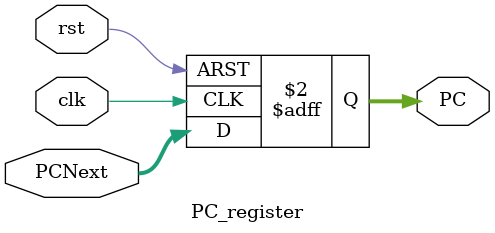
<source format=v>
module PC_register(clk,rst,PCNext,PC);
    input clk,rst;    
    input [31:0] PCNext;
    output reg [31:0] PC;

    always @(posedge clk or posedge rst) begin
        if(rst)
            PC<=32'd0;
        else
            PC <= PCNext;
    end  
endmodule

</source>
